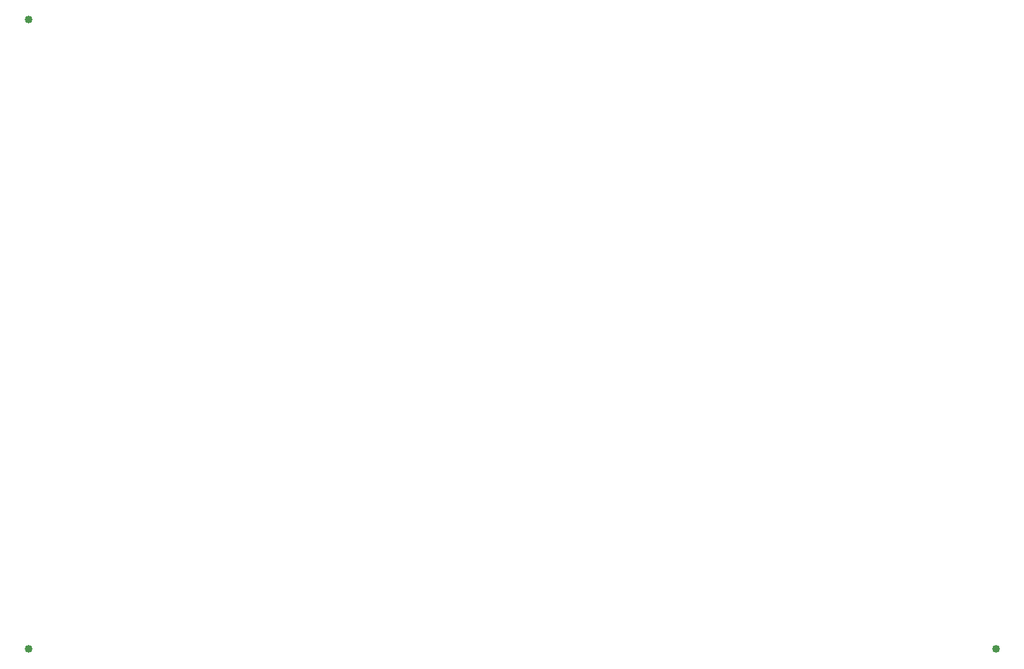
<source format=gtp>
G75*
%MOIN*%
%OFA0B0*%
%FSLAX25Y25*%
%IPPOS*%
%LPD*%
%AMOC8*
5,1,8,0,0,1.08239X$1,22.5*
%
%ADD10C,0.04000*%
D10*
X0085394Y0076283D03*
X0085394Y0399118D03*
X0581457Y0076283D03*
M02*

</source>
